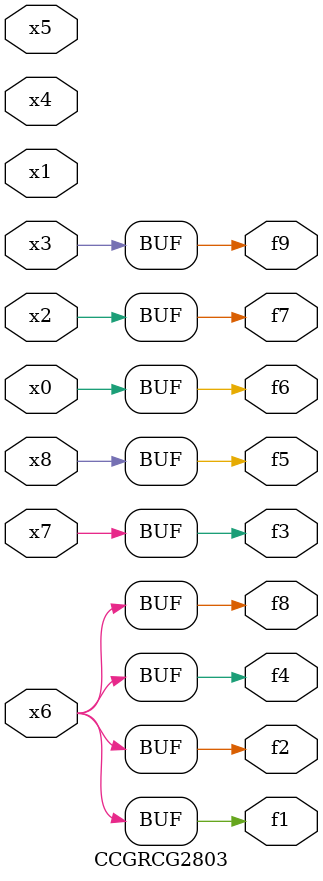
<source format=v>
module CCGRCG2803(
	input x0, x1, x2, x3, x4, x5, x6, x7, x8,
	output f1, f2, f3, f4, f5, f6, f7, f8, f9
);
	assign f1 = x6;
	assign f2 = x6;
	assign f3 = x7;
	assign f4 = x6;
	assign f5 = x8;
	assign f6 = x0;
	assign f7 = x2;
	assign f8 = x6;
	assign f9 = x3;
endmodule

</source>
